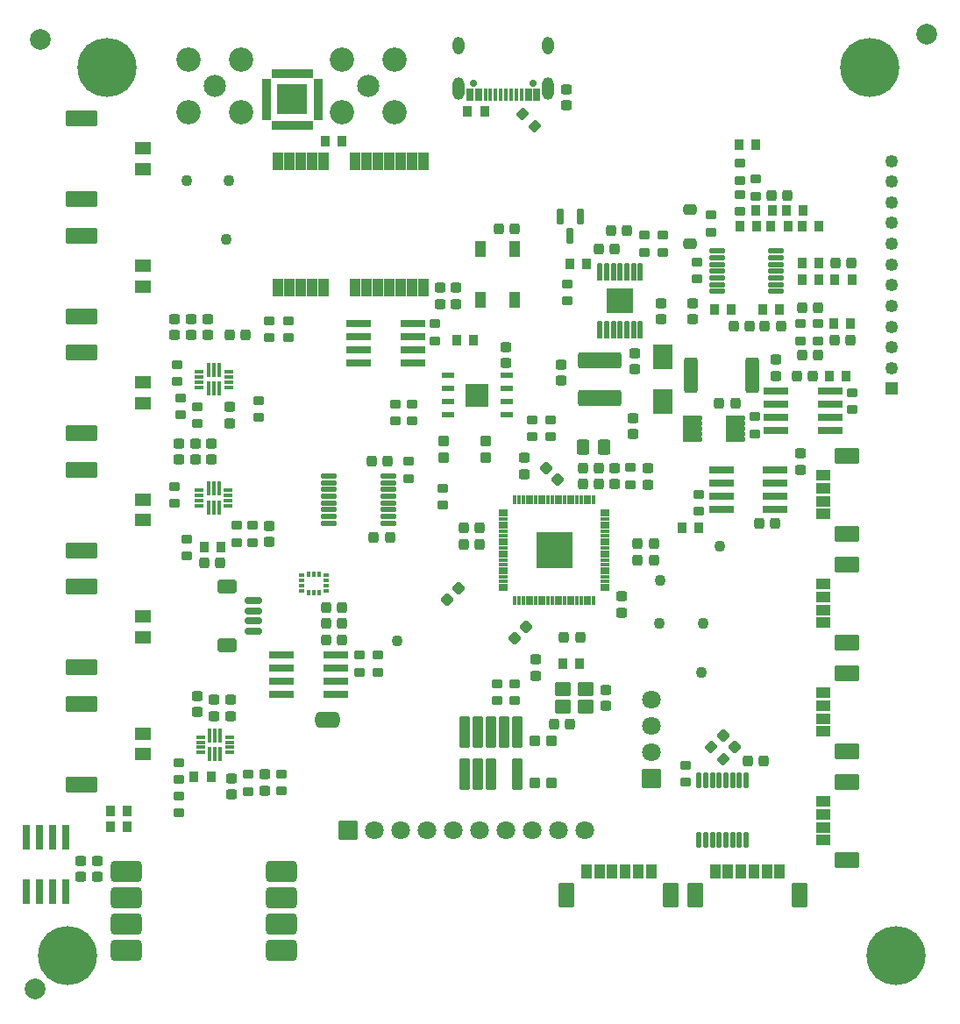
<source format=gts>
%TF.GenerationSoftware,KiCad,Pcbnew,9.0.1*%
%TF.CreationDate,2025-04-07T16:57:50-07:00*%
%TF.ProjectId,ADCS_board,41444353-5f62-46f6-9172-642e6b696361,v1.2*%
%TF.SameCoordinates,Original*%
%TF.FileFunction,Soldermask,Top*%
%TF.FilePolarity,Negative*%
%FSLAX46Y46*%
G04 Gerber Fmt 4.6, Leading zero omitted, Abs format (unit mm)*
G04 Created by KiCad (PCBNEW 9.0.1) date 2025-04-07 16:57:50*
%MOMM*%
%LPD*%
G01*
G04 APERTURE LIST*
G04 Aperture macros list*
%AMRoundRect*
0 Rectangle with rounded corners*
0 $1 Rounding radius*
0 $2 $3 $4 $5 $6 $7 $8 $9 X,Y pos of 4 corners*
0 Add a 4 corners polygon primitive as box body*
4,1,4,$2,$3,$4,$5,$6,$7,$8,$9,$2,$3,0*
0 Add four circle primitives for the rounded corners*
1,1,$1+$1,$2,$3*
1,1,$1+$1,$4,$5*
1,1,$1+$1,$6,$7*
1,1,$1+$1,$8,$9*
0 Add four rect primitives between the rounded corners*
20,1,$1+$1,$2,$3,$4,$5,0*
20,1,$1+$1,$4,$5,$6,$7,0*
20,1,$1+$1,$6,$7,$8,$9,0*
20,1,$1+$1,$8,$9,$2,$3,0*%
%AMFreePoly0*
4,1,39,0.535921,0.785921,0.550800,0.750000,0.550800,-0.750000,0.535921,-0.785921,0.500000,-0.800800,0.000000,-0.800800,-0.010328,-0.796522,-0.065263,-0.796522,-0.078411,-0.794791,-0.204490,-0.761009,-0.216742,-0.755934,-0.329781,-0.690671,-0.340302,-0.682598,-0.432598,-0.590302,-0.440671,-0.579781,-0.505934,-0.466742,-0.511009,-0.454490,-0.544791,-0.328411,-0.546522,-0.315263,-0.546522,-0.260327,
-0.550800,-0.250000,-0.550800,0.250000,-0.546522,0.260327,-0.546522,0.315263,-0.544791,0.328411,-0.511009,0.454490,-0.505934,0.466742,-0.440671,0.579781,-0.432598,0.590302,-0.340302,0.682598,-0.329781,0.690671,-0.216742,0.755934,-0.204490,0.761009,-0.078411,0.794791,-0.065263,0.796522,-0.010328,0.796522,0.000000,0.800800,0.500000,0.800800,0.535921,0.785921,0.535921,0.785921,
$1*%
%AMFreePoly1*
4,1,39,0.010328,0.796522,0.065263,0.796522,0.078411,0.794791,0.204490,0.761009,0.216742,0.755934,0.329781,0.690671,0.340302,0.682598,0.432598,0.590302,0.440671,0.579781,0.505934,0.466742,0.511009,0.454490,0.544791,0.328411,0.546522,0.315263,0.546522,0.260327,0.550800,0.250000,0.550800,-0.250000,0.546522,-0.260327,0.546522,-0.315263,0.544791,-0.328411,0.511009,-0.454490,
0.505934,-0.466742,0.440671,-0.579781,0.432598,-0.590302,0.340302,-0.682598,0.329781,-0.690671,0.216742,-0.755934,0.204490,-0.761009,0.078411,-0.794791,0.065263,-0.796522,0.010328,-0.796522,0.000000,-0.800800,-0.500000,-0.800800,-0.535921,-0.785921,-0.550800,-0.750000,-0.550800,0.750000,-0.535921,0.785921,-0.500000,0.800800,0.000000,0.800800,0.010328,0.796522,0.010328,0.796522,
$1*%
G04 Aperture macros list end*
%ADD10RoundRect,0.063500X-0.152400X0.800100X-0.152400X-0.800100X0.152400X-0.800100X0.152400X0.800100X0*%
%ADD11RoundRect,0.063500X-1.230000X1.155000X-1.230000X-1.155000X1.230000X-1.155000X1.230000X1.155000X0*%
%ADD12RoundRect,0.250400X-0.275400X0.250400X-0.275400X-0.250400X0.275400X-0.250400X0.275400X0.250400X0*%
%ADD13RoundRect,0.250400X0.275400X-0.250400X0.275400X0.250400X-0.275400X0.250400X-0.275400X-0.250400X0*%
%ADD14RoundRect,0.225400X0.225400X0.300400X-0.225400X0.300400X-0.225400X-0.300400X0.225400X-0.300400X0*%
%ADD15RoundRect,0.250400X0.250400X0.275400X-0.250400X0.275400X-0.250400X-0.275400X0.250400X-0.275400X0*%
%ADD16C,5.701600*%
%ADD17C,2.000000*%
%ADD18RoundRect,0.225400X0.371797X0.053033X0.053033X0.371797X-0.371797X-0.053033X-0.053033X-0.371797X0*%
%ADD19RoundRect,0.225400X-0.300400X0.225400X-0.300400X-0.225400X0.300400X-0.225400X0.300400X0.225400X0*%
%ADD20RoundRect,0.225400X-0.225400X-0.300400X0.225400X-0.300400X0.225400X0.300400X-0.225400X0.300400X0*%
%ADD21RoundRect,0.225400X0.300400X-0.225400X0.300400X0.225400X-0.300400X0.225400X-0.300400X-0.225400X0*%
%ADD22RoundRect,0.270735X-0.392565X-1.455065X0.392565X-1.455065X0.392565X1.455065X-0.392565X1.455065X0*%
%ADD23RoundRect,0.355555X-1.795245X0.445245X-1.795245X-0.445245X1.795245X-0.445245X1.795245X0.445245X0*%
%ADD24RoundRect,0.050800X0.889000X0.165100X-0.889000X0.165100X-0.889000X-0.165100X0.889000X-0.165100X0*%
%ADD25RoundRect,0.250400X-0.250400X-0.275400X0.250400X-0.275400X0.250400X0.275400X-0.250400X0.275400X0*%
%ADD26C,0.701600*%
%ADD27RoundRect,0.050800X0.300000X0.575000X-0.300000X0.575000X-0.300000X-0.575000X0.300000X-0.575000X0*%
%ADD28RoundRect,0.050800X0.150000X0.575000X-0.150000X0.575000X-0.150000X-0.575000X0.150000X-0.575000X0*%
%ADD29O,1.101600X2.201600*%
%ADD30O,1.101600X1.701600*%
%ADD31RoundRect,0.525400X-1.025400X-0.525400X1.025400X-0.525400X1.025400X0.525400X-1.025400X0.525400X0*%
%ADD32RoundRect,0.250400X-0.017678X0.371797X-0.371797X0.017678X0.017678X-0.371797X0.371797X-0.017678X0*%
%ADD33RoundRect,0.050800X0.725000X-0.550000X0.725000X0.550000X-0.725000X0.550000X-0.725000X-0.550000X0*%
%ADD34RoundRect,0.050800X1.449999X-0.675000X1.449999X0.675000X-1.449999X0.675000X-1.449999X-0.675000X0*%
%ADD35C,1.101600*%
%ADD36RoundRect,0.063500X0.152400X-0.381000X0.152400X0.381000X-0.152400X0.381000X-0.152400X-0.381000X0*%
%ADD37RoundRect,0.063500X0.381000X0.152400X-0.381000X0.152400X-0.381000X-0.152400X0.381000X-0.152400X0*%
%ADD38RoundRect,0.063500X-0.152400X0.381000X-0.152400X-0.381000X0.152400X-0.381000X0.152400X0.381000X0*%
%ADD39RoundRect,0.063500X-0.381000X-0.152400X0.381000X-0.152400X0.381000X0.152400X-0.381000X0.152400X0*%
%ADD40RoundRect,0.063500X1.397000X-1.397000X1.397000X1.397000X-1.397000X1.397000X-1.397000X-1.397000X0*%
%ADD41RoundRect,0.125400X0.125400X-0.662900X0.125400X0.662900X-0.125400X0.662900X-0.125400X-0.662900X0*%
%ADD42RoundRect,0.050800X-0.647700X0.419100X-0.647700X-0.419100X0.647700X-0.419100X0.647700X0.419100X0*%
%ADD43RoundRect,0.050800X-1.130300X0.698500X-1.130300X-0.698500X1.130300X-0.698500X1.130300X0.698500X0*%
%ADD44RoundRect,0.050800X0.419100X0.647700X-0.419100X0.647700X-0.419100X-0.647700X0.419100X-0.647700X0*%
%ADD45RoundRect,0.050800X0.698500X1.130300X-0.698500X1.130300X-0.698500X-1.130300X0.698500X-1.130300X0*%
%ADD46RoundRect,0.100160X-0.400640X0.700640X-0.400640X-0.700640X0.400640X-0.700640X0.400640X0.700640X0*%
%ADD47RoundRect,0.050800X-0.100000X0.650000X-0.100000X-0.650000X0.100000X-0.650000X0.100000X0.650000X0*%
%ADD48RoundRect,0.050800X-0.400000X-0.125000X0.400000X-0.125000X0.400000X0.125000X-0.400000X0.125000X0*%
%ADD49RoundRect,0.272087X-0.353713X-0.478713X0.353713X-0.478713X0.353713X0.478713X-0.353713X0.478713X0*%
%ADD50RoundRect,0.080400X0.360400X-0.080400X0.360400X0.080400X-0.360400X0.080400X-0.360400X-0.080400X0*%
%ADD51RoundRect,0.080400X-0.080400X-0.360400X0.080400X-0.360400X0.080400X0.360400X-0.080400X0.360400X0*%
%ADD52RoundRect,0.050800X-0.566666X-0.566666X0.566666X-0.566666X0.566666X0.566666X-0.566666X0.566666X0*%
%ADD53RoundRect,0.175400X-0.175400X0.612900X-0.175400X-0.612900X0.175400X-0.612900X0.175400X0.612900X0*%
%ADD54RoundRect,0.050800X-0.237500X-0.125000X0.237500X-0.125000X0.237500X0.125000X-0.237500X0.125000X0*%
%ADD55RoundRect,0.050800X0.125000X-0.237500X0.125000X0.237500X-0.125000X0.237500X-0.125000X-0.237500X0*%
%ADD56FreePoly0,0.000000*%
%ADD57FreePoly1,0.000000*%
%ADD58RoundRect,0.102000X-0.370000X-1.395000X0.370000X-1.395000X0.370000X1.395000X-0.370000X1.395000X0*%
%ADD59RoundRect,0.050800X-0.700000X-0.600000X0.700000X-0.600000X0.700000X0.600000X-0.700000X0.600000X0*%
%ADD60RoundRect,0.125400X-0.662900X-0.125400X0.662900X-0.125400X0.662900X0.125400X-0.662900X0.125400X0*%
%ADD61RoundRect,0.050800X0.304800X1.104900X-0.304800X1.104900X-0.304800X-1.104900X0.304800X-1.104900X0*%
%ADD62RoundRect,0.050800X0.450000X0.450000X-0.450000X0.450000X-0.450000X-0.450000X0.450000X-0.450000X0*%
%ADD63RoundRect,0.050800X-1.104900X0.304800X-1.104900X-0.304800X1.104900X-0.304800X1.104900X0.304800X0*%
%ADD64RoundRect,0.050800X1.104900X-0.304800X1.104900X0.304800X-1.104900X0.304800X-1.104900X-0.304800X0*%
%ADD65RoundRect,0.175400X0.650400X-0.175400X0.650400X0.175400X-0.650400X0.175400X-0.650400X-0.175400X0*%
%ADD66RoundRect,0.271166X0.679634X-0.379634X0.679634X0.379634X-0.679634X0.379634X-0.679634X-0.379634X0*%
%ADD67RoundRect,0.050800X0.850000X0.850000X-0.850000X0.850000X-0.850000X-0.850000X0.850000X-0.850000X0*%
%ADD68C,1.801600*%
%ADD69RoundRect,0.063500X0.406400X0.812800X-0.406400X0.812800X-0.406400X-0.812800X0.406400X-0.812800X0*%
%ADD70RoundRect,0.050800X0.850000X-0.850000X0.850000X0.850000X-0.850000X0.850000X-0.850000X-0.850000X0*%
%ADD71RoundRect,0.225400X-0.371797X-0.053033X-0.053033X-0.371797X0.371797X0.053033X0.053033X0.371797X0*%
%ADD72RoundRect,0.125400X0.662900X0.125400X-0.662900X0.125400X-0.662900X-0.125400X0.662900X-0.125400X0*%
%ADD73RoundRect,0.063500X-0.525000X-0.225000X0.525000X-0.225000X0.525000X0.225000X-0.525000X0.225000X0*%
%ADD74RoundRect,0.063500X1.050000X-1.050000X1.050000X1.050000X-1.050000X1.050000X-1.050000X-1.050000X0*%
%ADD75RoundRect,0.250400X0.371797X0.017678X0.017678X0.371797X-0.371797X-0.017678X-0.017678X-0.371797X0*%
%ADD76RoundRect,0.050800X-0.450000X0.450000X-0.450000X-0.450000X0.450000X-0.450000X0.450000X0.450000X0*%
%ADD77RoundRect,0.250400X-0.371797X-0.017678X-0.017678X-0.371797X0.371797X0.017678X0.017678X0.371797X0*%
%ADD78RoundRect,0.050800X-0.850000X-1.175000X0.850000X-1.175000X0.850000X1.175000X-0.850000X1.175000X0*%
%ADD79RoundRect,0.250400X-0.400400X0.250400X-0.400400X-0.250400X0.400400X-0.250400X0.400400X0.250400X0*%
%ADD80C,2.151600*%
%ADD81C,2.351600*%
%ADD82RoundRect,0.050800X-0.575000X0.575000X-0.575000X-0.575000X0.575000X-0.575000X0.575000X0.575000X0*%
%ADD83C,1.251600*%
G04 APERTURE END LIST*
%TO.C,JP1*%
G36*
X128400000Y-119800000D02*
G01*
X128700000Y-119800000D01*
X128700000Y-121300000D01*
X128400000Y-121300000D01*
X128400000Y-119800000D01*
G37*
%TD*%
D10*
%TO.C,U5*%
X158766134Y-77289496D03*
X158116121Y-77289496D03*
X157466112Y-77289496D03*
X156816100Y-77289496D03*
X156166088Y-77289496D03*
X155516079Y-77289496D03*
X154866066Y-77289496D03*
X154866066Y-82826696D03*
X155516079Y-82826696D03*
X156166088Y-82826696D03*
X156816100Y-82826696D03*
X157466112Y-82826696D03*
X158116121Y-82826696D03*
X158766134Y-82826696D03*
D11*
X156816100Y-80058096D03*
%TD*%
D12*
%TO.C,C18*%
X151100000Y-86250000D03*
X151100000Y-87800000D03*
%TD*%
D13*
%TO.C,C17*%
X158050000Y-92975000D03*
X158050000Y-91425000D03*
%TD*%
%TO.C,C21*%
X158200000Y-86690500D03*
X158200000Y-85140500D03*
%TD*%
D14*
%TO.C,R15*%
X153606000Y-76517500D03*
X151956000Y-76517500D03*
%TD*%
D15*
%TO.C,C26*%
X156286500Y-75057000D03*
X154736500Y-75057000D03*
%TD*%
D16*
%TO.C,H1*%
X107236100Y-57564100D03*
%TD*%
%TO.C,H2*%
X103426100Y-143294100D03*
%TD*%
%TO.C,H3*%
X183426100Y-143294100D03*
%TD*%
%TO.C,H4*%
X180896100Y-57564100D03*
%TD*%
D17*
%TO.C,REF1T*%
X100330000Y-146558000D03*
%TD*%
D18*
%TO.C,R40*%
X148583363Y-63183363D03*
X147416637Y-62016637D03*
%TD*%
D13*
%TO.C,C29*%
X151600000Y-61200000D03*
X151600000Y-59650000D03*
%TD*%
D19*
%TO.C,R13*%
X159194500Y-73724000D03*
X159194500Y-75374000D03*
%TD*%
D20*
%TO.C,R39*%
X142075000Y-61800000D03*
X143725000Y-61800000D03*
%TD*%
D15*
%TO.C,C27*%
X157493000Y-73279000D03*
X155943000Y-73279000D03*
%TD*%
D19*
%TO.C,R17*%
X151750000Y-78425000D03*
X151750000Y-80075000D03*
%TD*%
D21*
%TO.C,R14*%
X160909000Y-75374000D03*
X160909000Y-73724000D03*
%TD*%
D22*
%TO.C,R7*%
X163637500Y-87300000D03*
X169562500Y-87300000D03*
%TD*%
D23*
%TO.C,L2*%
X154813000Y-85830000D03*
X154813000Y-89430000D03*
%TD*%
D13*
%TO.C,C19*%
X160750000Y-81875000D03*
X160750000Y-80325000D03*
%TD*%
%TO.C,C20*%
X163785950Y-81875000D03*
X163785950Y-80325000D03*
%TD*%
D21*
%TO.C,R16*%
X169800000Y-92925000D03*
X169800000Y-91275000D03*
%TD*%
D24*
%TO.C,U4*%
X167944700Y-93400001D03*
X167944700Y-92899999D03*
X167944700Y-92400000D03*
X167944700Y-91900001D03*
X167944700Y-91399999D03*
X163855300Y-91399999D03*
X163855300Y-91900001D03*
X163855300Y-92400000D03*
X163855300Y-92899999D03*
X163855300Y-93400001D03*
%TD*%
D25*
%TO.C,C32*%
X166375000Y-90000000D03*
X167925000Y-90000000D03*
%TD*%
D26*
%TO.C,J9*%
X148437000Y-59053000D03*
X142667000Y-59053000D03*
D27*
X148752000Y-60128000D03*
X147952000Y-60128000D03*
D28*
X146802000Y-60128000D03*
X145802000Y-60128000D03*
X145302000Y-60128000D03*
X144302000Y-60128000D03*
D27*
X143152000Y-60128000D03*
X142352000Y-60128000D03*
D28*
X143802000Y-60128000D03*
X144802000Y-60128000D03*
X146302000Y-60128000D03*
X147302000Y-60128000D03*
D29*
X149872000Y-59553000D03*
D30*
X149872000Y-55413000D03*
D29*
X141232000Y-59553000D03*
D30*
X141232000Y-55413000D03*
%TD*%
D31*
%TO.C,U10*%
X109100000Y-135180000D03*
X109100000Y-137720000D03*
X109100000Y-140260000D03*
X109100000Y-142800000D03*
X124100000Y-135180000D03*
X124100000Y-137720000D03*
X124100000Y-140260000D03*
X124100000Y-142800000D03*
%TD*%
D32*
%TO.C,C43*%
X147750000Y-111551992D03*
X146653984Y-112648008D03*
%TD*%
D25*
%TO.C,C28*%
X158525000Y-105100000D03*
X160075000Y-105100000D03*
%TD*%
%TO.C,C1*%
X150425000Y-120950000D03*
X151975000Y-120950000D03*
%TD*%
D33*
%TO.C,J10*%
X110750000Y-76671501D03*
X110750000Y-78671502D03*
D34*
X104775001Y-73776503D03*
X104775001Y-81566498D03*
%TD*%
D20*
%TO.C,R8*%
X141025000Y-83850000D03*
X142675000Y-83850000D03*
%TD*%
D25*
%TO.C,C59*%
X169132125Y-124544624D03*
X170682125Y-124544624D03*
%TD*%
D13*
%TO.C,C34*%
X117330000Y-95375000D03*
X117330000Y-93825000D03*
%TD*%
D17*
%TO.C,REF3T*%
X186436000Y-54356000D03*
%TD*%
D15*
%TO.C,C15*%
X143275000Y-103600000D03*
X141725000Y-103600000D03*
%TD*%
D12*
%TO.C,C40*%
X119300000Y-126175000D03*
X119300000Y-127725000D03*
%TD*%
D14*
%TO.C,R25*%
X109225000Y-129300000D03*
X107575000Y-129300000D03*
%TD*%
D21*
%TO.C,R55*%
X164204500Y-77947000D03*
X164204500Y-76297000D03*
%TD*%
D19*
%TO.C,R42*%
X122920000Y-81975000D03*
X122920000Y-83625000D03*
%TD*%
D35*
%TO.C,TP7*%
X118750000Y-74150000D03*
%TD*%
D25*
%TO.C,C62*%
X128425000Y-111250000D03*
X129975000Y-111250000D03*
%TD*%
D33*
%TO.C,J15*%
X110750000Y-110571500D03*
X110750000Y-112571501D03*
D34*
X104775001Y-107676502D03*
X104775001Y-115466497D03*
%TD*%
D14*
%TO.C,R54*%
X172240000Y-80917000D03*
X170590000Y-80917000D03*
%TD*%
D21*
%TO.C,R27*%
X148300000Y-93225000D03*
X148300000Y-91575000D03*
%TD*%
D19*
%TO.C,R45*%
X139700000Y-98175000D03*
X139700000Y-99825000D03*
%TD*%
D36*
%TO.C,U13*%
X123400000Y-63110000D03*
X123900000Y-63110000D03*
X124400000Y-63110000D03*
X124900000Y-63110000D03*
X125400000Y-63110000D03*
X125900000Y-63110000D03*
X126400000Y-63110000D03*
X126900000Y-63110000D03*
D37*
X127650000Y-62360000D03*
X127650000Y-61860000D03*
X127650000Y-61360000D03*
X127650000Y-60860000D03*
X127650000Y-60360000D03*
X127650000Y-59860000D03*
X127650000Y-59360000D03*
X127650000Y-58860000D03*
D38*
X126900000Y-58110000D03*
X126400000Y-58110000D03*
X125900000Y-58110000D03*
X125400000Y-58110000D03*
X124900000Y-58110000D03*
X124400000Y-58110000D03*
X123900000Y-58110000D03*
X123400000Y-58110000D03*
D39*
X122650000Y-58860000D03*
X122650000Y-59360000D03*
X122650000Y-59860000D03*
X122650000Y-60360000D03*
X122650000Y-60860000D03*
X122650000Y-61360000D03*
X122650000Y-61860000D03*
X122650000Y-62360000D03*
D40*
X125150000Y-60610000D03*
%TD*%
D12*
%TO.C,C54*%
X119115000Y-90345000D03*
X119115000Y-91895000D03*
%TD*%
D19*
%TO.C,R37*%
X115000000Y-103075000D03*
X115000000Y-104725000D03*
%TD*%
%TO.C,R36*%
X121350000Y-101775000D03*
X121350000Y-103425000D03*
%TD*%
D20*
%TO.C,R59*%
X168377000Y-72877000D03*
X170027000Y-72877000D03*
%TD*%
%TO.C,R61*%
X171377000Y-72877000D03*
X173027000Y-72877000D03*
%TD*%
D19*
%TO.C,R19*%
X179250000Y-88925000D03*
X179250000Y-90575000D03*
%TD*%
D12*
%TO.C,C42*%
X148650000Y-114725000D03*
X148650000Y-116275000D03*
%TD*%
D33*
%TO.C,J12*%
X110750000Y-121871501D03*
X110750000Y-123871502D03*
D34*
X104775001Y-118976503D03*
X104775001Y-126766498D03*
%TD*%
D20*
%TO.C,R49*%
X174375000Y-76400000D03*
X176025000Y-76400000D03*
%TD*%
D35*
%TO.C,TP6*%
X166450000Y-103750000D03*
%TD*%
%TO.C,TP8*%
X115000000Y-68500000D03*
%TD*%
D13*
%TO.C,C58*%
X106300000Y-135725000D03*
X106300000Y-134175000D03*
%TD*%
D20*
%TO.C,R63*%
X174377000Y-72877000D03*
X176027000Y-72877000D03*
%TD*%
D15*
%TO.C,C51*%
X172977000Y-69877000D03*
X171427000Y-69877000D03*
%TD*%
D21*
%TO.C,R4*%
X136700000Y-91675000D03*
X136700000Y-90025000D03*
%TD*%
D15*
%TO.C,C46*%
X143275000Y-102000000D03*
X141725000Y-102000000D03*
%TD*%
D25*
%TO.C,C10*%
X153225000Y-96250000D03*
X154775000Y-96250000D03*
%TD*%
D32*
%TO.C,C47*%
X141248008Y-107851992D03*
X140151992Y-108948008D03*
%TD*%
D19*
%TO.C,R66*%
X168402000Y-69802000D03*
X168402000Y-71452000D03*
%TD*%
D41*
%TO.C,U9*%
X164432125Y-132107124D03*
X165082125Y-132107124D03*
X165732125Y-132107124D03*
X166382125Y-132107124D03*
X167032125Y-132107124D03*
X167682125Y-132107124D03*
X168332125Y-132107124D03*
X168982125Y-132107124D03*
X168982125Y-126382124D03*
X168332125Y-126382124D03*
X167682125Y-126382124D03*
X167032125Y-126382124D03*
X166382125Y-126382124D03*
X165732125Y-126382124D03*
X165082125Y-126382124D03*
X164432125Y-126382124D03*
%TD*%
D19*
%TO.C,R52*%
X174200000Y-82266999D03*
X174200000Y-83916999D03*
%TD*%
D13*
%TO.C,C9*%
X113800000Y-83375000D03*
X113800000Y-81825000D03*
%TD*%
D21*
%TO.C,R1*%
X164450000Y-100425000D03*
X164450000Y-98775000D03*
%TD*%
D12*
%TO.C,C37*%
X157000000Y-108625000D03*
X157000000Y-110175000D03*
%TD*%
D13*
%TO.C,C56*%
X141000000Y-80375000D03*
X141000000Y-78825000D03*
%TD*%
%TO.C,C33*%
X114200000Y-95375000D03*
X114200000Y-93825000D03*
%TD*%
D19*
%TO.C,R47*%
X133400000Y-114275000D03*
X133400000Y-115925000D03*
%TD*%
D15*
%TO.C,C39*%
X172345000Y-82490000D03*
X170795000Y-82490000D03*
%TD*%
D42*
%TO.C,J1*%
X176405800Y-132175000D03*
X176405800Y-130925000D03*
X176405800Y-129675000D03*
X176405800Y-128425000D03*
D43*
X178700690Y-126525000D03*
X178700690Y-134075000D03*
%TD*%
D25*
%TO.C,C14*%
X151400000Y-112600000D03*
X152950000Y-112600000D03*
%TD*%
D44*
%TO.C,J18*%
X165982125Y-135150424D03*
X167232125Y-135150424D03*
X168482125Y-135150424D03*
X169732125Y-135150424D03*
X170982125Y-135150424D03*
X172232125Y-135150424D03*
D45*
X174132125Y-137445314D03*
X164082125Y-137445314D03*
%TD*%
D13*
%TO.C,C12*%
X156300000Y-97775000D03*
X156300000Y-96225000D03*
%TD*%
D15*
%TO.C,C8*%
X134375000Y-95600000D03*
X132825000Y-95600000D03*
%TD*%
D46*
%TO.C,D1*%
X146600000Y-75100000D03*
X143300000Y-75100000D03*
X143300000Y-80000000D03*
X146600000Y-80000000D03*
%TD*%
D25*
%TO.C,C48*%
X167795000Y-82490000D03*
X169345000Y-82490000D03*
%TD*%
D47*
%TO.C,U1*%
X118090126Y-86770188D03*
X117590000Y-86770188D03*
X117089874Y-86770188D03*
D48*
X116190000Y-86920000D03*
X116190000Y-87420126D03*
X116190000Y-87920252D03*
X116190000Y-88420378D03*
D47*
X117089874Y-88570190D03*
X117590000Y-88570190D03*
X118090126Y-88570190D03*
D48*
X118990000Y-88420378D03*
X118990000Y-87920252D03*
X118990000Y-87420126D03*
X118990000Y-86920000D03*
%TD*%
D15*
%TO.C,C30*%
X179175000Y-76400000D03*
X177625000Y-76400000D03*
%TD*%
%TO.C,C3*%
X171775000Y-101600000D03*
X170225000Y-101600000D03*
%TD*%
D49*
%TO.C,L1*%
X153197303Y-94217303D03*
X155247303Y-94217303D03*
%TD*%
D42*
%TO.C,J17*%
X176405800Y-100675000D03*
X176405800Y-99425000D03*
X176405800Y-98175000D03*
X176405800Y-96925000D03*
D43*
X178700690Y-95025000D03*
X178700690Y-102575000D03*
%TD*%
D14*
%TO.C,R58*%
X179076001Y-82281999D03*
X177426001Y-82281999D03*
%TD*%
D13*
%TO.C,C57*%
X104700000Y-135725000D03*
X104700000Y-134175000D03*
%TD*%
D19*
%TO.C,R30*%
X124100000Y-125775000D03*
X124100000Y-127425000D03*
%TD*%
%TO.C,R43*%
X114390000Y-89445000D03*
X114390000Y-91095000D03*
%TD*%
D50*
%TO.C,U2*%
X145563500Y-100343333D03*
X145563500Y-100743333D03*
X145563500Y-101143333D03*
X145563500Y-101543333D03*
X145563500Y-101943333D03*
X145563500Y-102343333D03*
X145563500Y-102743333D03*
X145563500Y-103143333D03*
X145563500Y-103543333D03*
X145563500Y-103943333D03*
X145563500Y-104343333D03*
X145563500Y-104743333D03*
X145563500Y-105143333D03*
X145563500Y-105543333D03*
X145563500Y-105943333D03*
X145563500Y-106343333D03*
X145563500Y-106743333D03*
X145563500Y-107143333D03*
X145563500Y-107543333D03*
X145563500Y-107943333D03*
D51*
X146660000Y-109039833D03*
X147060000Y-109039833D03*
X147460000Y-109039833D03*
X147860000Y-109039833D03*
X148260000Y-109039833D03*
X148660000Y-109039833D03*
X149060000Y-109039833D03*
X149460000Y-109039833D03*
X149860000Y-109039833D03*
X150260000Y-109039833D03*
X150660000Y-109039833D03*
X151060000Y-109039833D03*
X151460000Y-109039833D03*
X151860000Y-109039833D03*
X152260000Y-109039833D03*
X152660000Y-109039833D03*
X153060000Y-109039833D03*
X153460000Y-109039833D03*
X153860000Y-109039833D03*
X154260000Y-109039833D03*
D50*
X155356500Y-107943333D03*
X155356500Y-107543333D03*
X155356500Y-107143333D03*
X155356500Y-106743333D03*
X155356500Y-106343333D03*
X155356500Y-105943333D03*
X155356500Y-105543333D03*
X155356500Y-105143333D03*
X155356500Y-104743333D03*
X155356500Y-104343333D03*
X155356500Y-103943333D03*
X155356500Y-103543333D03*
X155356500Y-103143333D03*
X155356500Y-102743333D03*
X155356500Y-102343333D03*
X155356500Y-101943333D03*
X155356500Y-101543333D03*
X155356500Y-101143333D03*
X155356500Y-100743333D03*
X155356500Y-100343333D03*
D51*
X154260000Y-99246833D03*
X153860000Y-99246833D03*
X153460000Y-99246833D03*
X153060000Y-99246833D03*
X152660000Y-99246833D03*
X152260000Y-99246833D03*
X151860000Y-99246833D03*
X151460000Y-99246833D03*
X151060000Y-99246833D03*
X150660000Y-99246833D03*
X150260000Y-99246833D03*
X149860000Y-99246833D03*
X149460000Y-99246833D03*
X149060000Y-99246833D03*
X148660000Y-99246833D03*
X148260000Y-99246833D03*
X147860000Y-99246833D03*
X147460000Y-99246833D03*
X147060000Y-99246833D03*
X146660000Y-99246833D03*
D26*
X149326667Y-103010000D03*
D52*
X149326667Y-103010000D03*
D26*
X149326667Y-104143333D03*
D52*
X149326667Y-104143333D03*
D26*
X149326667Y-105276666D03*
D52*
X149326667Y-105276666D03*
D26*
X150460000Y-103010000D03*
D52*
X150460000Y-103010000D03*
D26*
X150460000Y-104143333D03*
D52*
X150460000Y-104143333D03*
D26*
X150460000Y-105276666D03*
D52*
X150460000Y-105276666D03*
D26*
X151593333Y-103010000D03*
D52*
X151593333Y-103010000D03*
D26*
X151593333Y-104143333D03*
D52*
X151593333Y-104143333D03*
D26*
X151593333Y-105276666D03*
D52*
X151593333Y-105276666D03*
%TD*%
D15*
%TO.C,C49*%
X175926001Y-80700000D03*
X174376001Y-80700000D03*
%TD*%
D53*
%TO.C,Q3*%
X152950000Y-71962500D03*
X151050000Y-71962500D03*
X152000000Y-73837500D03*
%TD*%
D47*
%TO.C,U6*%
X118065000Y-98220000D03*
X117564874Y-98220000D03*
X117064748Y-98220000D03*
D48*
X116164874Y-98369812D03*
X116164874Y-98869938D03*
X116164874Y-99370064D03*
X116164874Y-99870190D03*
D47*
X117064748Y-100020002D03*
X117564874Y-100020002D03*
X118065000Y-100020002D03*
D48*
X118964874Y-99870190D03*
X118964874Y-99370064D03*
X118964874Y-98869938D03*
X118964874Y-98369812D03*
%TD*%
D14*
%TO.C,R51*%
X179225000Y-78000000D03*
X177575000Y-78000000D03*
%TD*%
D54*
%TO.C,U11*%
X126075000Y-106600000D03*
X126075000Y-107100000D03*
X126075000Y-107600000D03*
X126075000Y-108100000D03*
D55*
X126737500Y-108262500D03*
X127237500Y-108262500D03*
X127737500Y-108262500D03*
D54*
X128400000Y-108100000D03*
X128400000Y-107600000D03*
X128400000Y-107100000D03*
X128400000Y-106600000D03*
D55*
X127737500Y-106437500D03*
X127237500Y-106437500D03*
X126737500Y-106437500D03*
%TD*%
D20*
%TO.C,R24*%
X107575000Y-130900000D03*
X109225000Y-130900000D03*
%TD*%
D56*
%TO.C,JP1*%
X127900000Y-120550000D03*
D57*
X129200000Y-120550000D03*
%TD*%
D58*
%TO.C,J20*%
X141795000Y-125800000D03*
X141795000Y-121730000D03*
X143065000Y-125800000D03*
X143065000Y-121730000D03*
X144335000Y-125800000D03*
X144335000Y-121730000D03*
X145605000Y-121730000D03*
X146875000Y-125800000D03*
X146875000Y-121730000D03*
%TD*%
D59*
%TO.C,Y1*%
X151300000Y-119250000D03*
X153500000Y-119250000D03*
X153500000Y-117550000D03*
X151300000Y-117550000D03*
%TD*%
D25*
%TO.C,C63*%
X128425000Y-112800000D03*
X129975000Y-112800000D03*
%TD*%
D13*
%TO.C,C23*%
X115400000Y-83375000D03*
X115400000Y-81825000D03*
%TD*%
D60*
%TO.C,U14*%
X128700000Y-97000000D03*
X128700000Y-97650000D03*
X128700000Y-98300000D03*
X128700000Y-98950000D03*
X128700000Y-99600000D03*
X128700000Y-100250000D03*
X128700000Y-100900000D03*
X128700000Y-101550000D03*
X134425000Y-101550000D03*
X134425000Y-100900000D03*
X134425000Y-100250000D03*
X134425000Y-99600000D03*
X134425000Y-98950000D03*
X134425000Y-98300000D03*
X134425000Y-97650000D03*
X134425000Y-97000000D03*
%TD*%
D19*
%TO.C,R29*%
X121900000Y-89675000D03*
X121900000Y-91325000D03*
%TD*%
D61*
%TO.C,Q5*%
X103305000Y-131883800D03*
X102035000Y-131883800D03*
X100765000Y-131883800D03*
X99495000Y-131883800D03*
X99495000Y-137116200D03*
X100765000Y-137116200D03*
X102035000Y-137116200D03*
X103305000Y-137116200D03*
%TD*%
D42*
%TO.C,J16*%
X176405800Y-111175000D03*
X176405800Y-109925000D03*
X176405800Y-108675000D03*
X176405800Y-107425000D03*
D43*
X178700690Y-105525000D03*
X178700690Y-113075000D03*
%TD*%
D62*
%TO.C,SW2*%
X139750000Y-95200000D03*
X143850000Y-95200000D03*
X139750000Y-93600000D03*
X143850000Y-93600000D03*
%TD*%
D63*
%TO.C,Q2*%
X166583800Y-96406900D03*
X166583800Y-97676900D03*
X166583800Y-98946900D03*
X166583800Y-100216900D03*
X171816200Y-100216900D03*
X171816200Y-98946900D03*
X171816200Y-97676900D03*
X171816200Y-96406900D03*
%TD*%
D64*
%TO.C,Q6*%
X129382400Y-118105000D03*
X129382400Y-116835000D03*
X129382400Y-115565000D03*
X129382400Y-114295000D03*
X124150000Y-114295000D03*
X124150000Y-115565000D03*
X124150000Y-116835000D03*
X124150000Y-118105000D03*
%TD*%
D65*
%TO.C,J19*%
X121425000Y-112000000D03*
X121425000Y-111000000D03*
X121425000Y-110000000D03*
X121425000Y-109000000D03*
D66*
X118900000Y-113300000D03*
X118900000Y-107700000D03*
%TD*%
D35*
%TO.C,TP1*%
X135300000Y-112900000D03*
%TD*%
D21*
%TO.C,R53*%
X175901001Y-83916999D03*
X175901001Y-82266999D03*
%TD*%
D13*
%TO.C,C35*%
X115780000Y-95375000D03*
X115780000Y-93825000D03*
%TD*%
D14*
%TO.C,R50*%
X176025000Y-78000000D03*
X174375000Y-78000000D03*
%TD*%
D67*
%TO.C,J5*%
X159800000Y-126220000D03*
D68*
X159800000Y-123680000D03*
X159800000Y-121140000D03*
X159800000Y-118600000D03*
%TD*%
D20*
%TO.C,R35*%
X128325000Y-64650000D03*
X129975000Y-64650000D03*
%TD*%
D15*
%TO.C,C38*%
X175926001Y-85341999D03*
X174376001Y-85341999D03*
%TD*%
D21*
%TO.C,R10*%
X114000000Y-87865000D03*
X114000000Y-86215000D03*
%TD*%
D17*
%TO.C,REF2T*%
X100838000Y-54864000D03*
%TD*%
D20*
%TO.C,R62*%
X172877000Y-71377000D03*
X174527000Y-71377000D03*
%TD*%
D13*
%TO.C,C31*%
X117600000Y-120175000D03*
X117600000Y-118625000D03*
%TD*%
D69*
%TO.C,U12*%
X137800000Y-66600000D03*
X136700000Y-66600000D03*
X135600000Y-66600000D03*
X134500000Y-66600000D03*
X133400000Y-66600000D03*
X132300000Y-66600000D03*
X131200000Y-66600000D03*
X128200000Y-66600000D03*
X127100000Y-66600000D03*
X126000000Y-66600000D03*
X124900000Y-66600000D03*
X123800000Y-66600000D03*
X123800000Y-78800000D03*
X124900000Y-78800000D03*
X126000000Y-78800000D03*
X127100000Y-78800000D03*
X128200000Y-78800000D03*
X131200000Y-78800000D03*
X132300000Y-78800000D03*
X133400000Y-78800000D03*
X134500000Y-78800000D03*
X135600000Y-78800000D03*
X136700000Y-78800000D03*
X137800000Y-78800000D03*
%TD*%
D42*
%TO.C,J2*%
X176405800Y-121675000D03*
X176405800Y-120425000D03*
X176405800Y-119175000D03*
X176405800Y-117925000D03*
D43*
X178700690Y-116025000D03*
X178700690Y-123575000D03*
%TD*%
D21*
%TO.C,R3*%
X146650000Y-118675000D03*
X146650000Y-117025000D03*
%TD*%
D35*
%TO.C,TP4*%
X160600000Y-111200000D03*
%TD*%
D70*
%TO.C,J8*%
X130560000Y-131200000D03*
D68*
X133100000Y-131200000D03*
X135640000Y-131200000D03*
X138180000Y-131200000D03*
X140720000Y-131200000D03*
X143260000Y-131200000D03*
X145800000Y-131200000D03*
X148340000Y-131200000D03*
X150880000Y-131200000D03*
X153420000Y-131200000D03*
%TD*%
D71*
%TO.C,R6*%
X165623762Y-123161261D03*
X166790488Y-124327987D03*
%TD*%
D33*
%TO.C,J14*%
X110750000Y-87971500D03*
X110750000Y-89971501D03*
D34*
X104775001Y-85076502D03*
X104775001Y-92866497D03*
%TD*%
D64*
%TO.C,Q4*%
X136816200Y-86105000D03*
X136816200Y-84835000D03*
X136816200Y-83565000D03*
X136816200Y-82295000D03*
X131583800Y-82295000D03*
X131583800Y-83565000D03*
X131583800Y-84835000D03*
X131583800Y-86105000D03*
%TD*%
D19*
%TO.C,R9*%
X138900000Y-82275000D03*
X138900000Y-83925000D03*
%TD*%
D25*
%TO.C,C60*%
X133025000Y-102900000D03*
X134575000Y-102900000D03*
%TD*%
D19*
%TO.C,R64*%
X168402000Y-66802000D03*
X168402000Y-68452000D03*
%TD*%
D21*
%TO.C,R57*%
X165615000Y-73445000D03*
X165615000Y-71795000D03*
%TD*%
D13*
%TO.C,C25*%
X119200000Y-120175000D03*
X119200000Y-118625000D03*
%TD*%
%TO.C,C45*%
X147550000Y-96800000D03*
X147550000Y-95250000D03*
%TD*%
D35*
%TO.C,TP9*%
X119000000Y-68450000D03*
%TD*%
%TO.C,TP5*%
X160700000Y-107100000D03*
%TD*%
D19*
%TO.C,R12*%
X114200000Y-124675000D03*
X114200000Y-126325000D03*
%TD*%
D12*
%TO.C,C41*%
X122900000Y-101825000D03*
X122900000Y-103375000D03*
%TD*%
D72*
%TO.C,U7*%
X171885000Y-79170000D03*
X171885000Y-78520000D03*
X171885000Y-77870000D03*
X171885000Y-77220000D03*
X171885000Y-76570000D03*
X171885000Y-75920000D03*
X171885000Y-75270000D03*
X166160000Y-75270000D03*
X166160000Y-75920000D03*
X166160000Y-76570000D03*
X166160000Y-77220000D03*
X166160000Y-77870000D03*
X166160000Y-78520000D03*
X166160000Y-79170000D03*
%TD*%
D64*
%TO.C,Q1*%
X177116200Y-92605000D03*
X177116200Y-91335000D03*
X177116200Y-90065000D03*
X177116200Y-88795000D03*
X171883800Y-88795000D03*
X171883800Y-90065000D03*
X171883800Y-91335000D03*
X171883800Y-92605000D03*
%TD*%
D25*
%TO.C,C13*%
X158525000Y-103550000D03*
X160075000Y-103550000D03*
%TD*%
D73*
%TO.C,U3*%
X140160000Y-87295000D03*
X140160000Y-88565000D03*
X140160000Y-89835000D03*
X140160000Y-91105000D03*
X145860000Y-91105000D03*
X145860000Y-89835000D03*
X145860000Y-88565000D03*
X145860000Y-87295000D03*
D74*
X143010000Y-89200000D03*
%TD*%
D15*
%TO.C,C5*%
X146625000Y-73160000D03*
X145075000Y-73160000D03*
%TD*%
D13*
%TO.C,C24*%
X116000000Y-119775000D03*
X116000000Y-118225000D03*
%TD*%
D75*
%TO.C,C44*%
X150748008Y-97298008D03*
X149651992Y-96201992D03*
%TD*%
D76*
%TO.C,SW1*%
X150200000Y-126650000D03*
X150200000Y-122550000D03*
X148600000Y-126650000D03*
X148600000Y-122550000D03*
%TD*%
D12*
%TO.C,C2*%
X155400000Y-117625000D03*
X155400000Y-119175000D03*
%TD*%
D19*
%TO.C,R41*%
X124750000Y-81975000D03*
X124750000Y-83625000D03*
%TD*%
D35*
%TO.C,TP2*%
X164700000Y-116000000D03*
%TD*%
D21*
%TO.C,R11*%
X113800000Y-99625000D03*
X113800000Y-97975000D03*
%TD*%
D20*
%TO.C,R18*%
X177025000Y-87350000D03*
X178675000Y-87350000D03*
%TD*%
D77*
%TO.C,C6*%
X166759117Y-122096616D03*
X167855133Y-123192632D03*
%TD*%
D78*
%TO.C,D3*%
X160900000Y-85500000D03*
X160900000Y-89800000D03*
%TD*%
D44*
%TO.C,J3*%
X153557124Y-135149734D03*
X154807124Y-135149734D03*
X156057124Y-135149734D03*
X157307124Y-135149734D03*
X158557124Y-135149734D03*
X159807124Y-135149734D03*
D45*
X161707124Y-137444624D03*
X151657124Y-137444624D03*
%TD*%
D19*
%TO.C,R48*%
X131650000Y-114275000D03*
X131650000Y-115925000D03*
%TD*%
D20*
%TO.C,R60*%
X169877000Y-71377000D03*
X171527000Y-71377000D03*
%TD*%
D14*
%TO.C,R33*%
X117325000Y-126025000D03*
X115675000Y-126025000D03*
%TD*%
D33*
%TO.C,J13*%
X110750000Y-65371500D03*
X110750000Y-67371501D03*
D34*
X104775001Y-62476502D03*
X104775001Y-70266497D03*
%TD*%
D47*
%TO.C,U8*%
X118200126Y-122050062D03*
X117700000Y-122050062D03*
X117199874Y-122050062D03*
D48*
X116300000Y-122199874D03*
X116300000Y-122700000D03*
X116300000Y-123200126D03*
X116300000Y-123700252D03*
D47*
X117199874Y-123850064D03*
X117700000Y-123850064D03*
X118200126Y-123850064D03*
D48*
X119100000Y-123700252D03*
X119100000Y-123200126D03*
X119100000Y-122700000D03*
X119100000Y-122199874D03*
%TD*%
D15*
%TO.C,C52*%
X118225000Y-105400000D03*
X116675000Y-105400000D03*
%TD*%
D19*
%TO.C,R44*%
X115990000Y-90270000D03*
X115990000Y-91920000D03*
%TD*%
D13*
%TO.C,C4*%
X174200000Y-96375000D03*
X174200000Y-94825000D03*
%TD*%
D25*
%TO.C,C50*%
X177516001Y-83861999D03*
X179066001Y-83861999D03*
%TD*%
D33*
%TO.C,J11*%
X110750000Y-99271501D03*
X110750000Y-101271502D03*
D34*
X104775001Y-96376503D03*
X104775001Y-104166498D03*
%TD*%
D20*
%TO.C,R22*%
X168275000Y-65000000D03*
X169925000Y-65000000D03*
%TD*%
D35*
%TO.C,TP3*%
X164800000Y-111250000D03*
%TD*%
D14*
%TO.C,R56*%
X167565000Y-80900000D03*
X165915000Y-80900000D03*
%TD*%
D19*
%TO.C,R65*%
X169902000Y-68302000D03*
X169902000Y-69952000D03*
%TD*%
D21*
%TO.C,R28*%
X150100000Y-93225000D03*
X150100000Y-91575000D03*
%TD*%
D13*
%TO.C,C16*%
X159512000Y-97816000D03*
X159512000Y-96266000D03*
%TD*%
D19*
%TO.C,R32*%
X114200000Y-127875000D03*
X114200000Y-129525000D03*
%TD*%
D14*
%TO.C,R2*%
X164425000Y-102000000D03*
X162775000Y-102000000D03*
%TD*%
D19*
%TO.C,R21*%
X135100000Y-90025000D03*
X135100000Y-91675000D03*
%TD*%
D79*
%TO.C,D2*%
X163600000Y-71300000D03*
X163600000Y-74600000D03*
%TD*%
D19*
%TO.C,R46*%
X136400000Y-95575000D03*
X136400000Y-97225000D03*
%TD*%
D13*
%TO.C,C64*%
X171900000Y-87325000D03*
X171900000Y-85775000D03*
%TD*%
D14*
%TO.C,R20*%
X152925000Y-115150000D03*
X151275000Y-115150000D03*
%TD*%
D19*
%TO.C,R26*%
X157800000Y-96175000D03*
X157800000Y-97825000D03*
%TD*%
D13*
%TO.C,C7*%
X145800000Y-86075000D03*
X145800000Y-84525000D03*
%TD*%
D19*
%TO.C,R5*%
X163107125Y-124919624D03*
X163107125Y-126569624D03*
%TD*%
D25*
%TO.C,C61*%
X128425000Y-109700000D03*
X129975000Y-109700000D03*
%TD*%
D12*
%TO.C,C36*%
X122470000Y-125825000D03*
X122470000Y-127375000D03*
%TD*%
D13*
%TO.C,C55*%
X139450000Y-80375000D03*
X139450000Y-78825000D03*
%TD*%
D19*
%TO.C,R31*%
X120900000Y-125800000D03*
X120900000Y-127450000D03*
%TD*%
D25*
%TO.C,C65*%
X173900000Y-87350000D03*
X175450000Y-87350000D03*
%TD*%
D19*
%TO.C,R34*%
X119770000Y-101765000D03*
X119770000Y-103415000D03*
%TD*%
D21*
%TO.C,R23*%
X144900000Y-118675000D03*
X144900000Y-117025000D03*
%TD*%
D25*
%TO.C,C11*%
X153225000Y-97750000D03*
X154775000Y-97750000D03*
%TD*%
D13*
%TO.C,C22*%
X117000000Y-83375000D03*
X117000000Y-81825000D03*
%TD*%
D14*
%TO.C,R38*%
X118280000Y-103840000D03*
X116630000Y-103840000D03*
%TD*%
D15*
%TO.C,C53*%
X120665000Y-83330000D03*
X119115000Y-83330000D03*
%TD*%
D80*
%TO.C,J6*%
X132450000Y-59350000D03*
D81*
X129910000Y-56810000D03*
X129910000Y-61890000D03*
X134990000Y-56810000D03*
X134990000Y-61890000D03*
%TD*%
D82*
%TO.C,J4*%
X183050000Y-88569999D03*
D83*
X183050000Y-86569998D03*
X183050000Y-84569999D03*
X183050000Y-82569998D03*
X183050000Y-80570000D03*
X183050000Y-78569999D03*
X183050000Y-76570000D03*
X183050000Y-74569999D03*
X183050000Y-72569998D03*
X183050000Y-70569999D03*
X183050000Y-68569999D03*
X183050000Y-66569999D03*
%TD*%
D80*
%TO.C,J7*%
X117650000Y-59350000D03*
D81*
X120190000Y-56810000D03*
X115110000Y-56810000D03*
X120190000Y-61890000D03*
X115110000Y-61890000D03*
%TD*%
M02*

</source>
